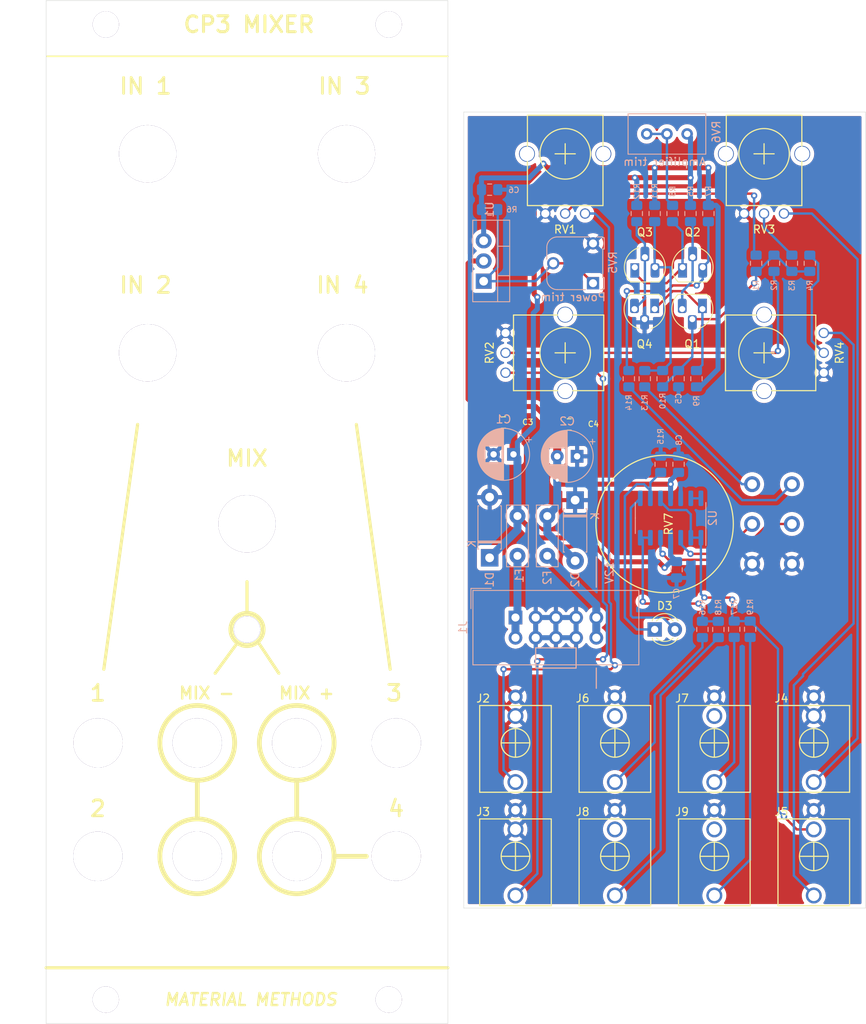
<source format=kicad_pcb>
(kicad_pcb (version 20211014) (generator pcbnew)
  (layers (0 "F.Cu" signal) (31 "B.Cu" signal) (34 "B.Paste" user) (35 "F.Paste" user) (36 "B.SilkS" user "B.Silkscreen") (37 "F.SilkS" user "F.Silkscreen") (38 "B.Mask" user) (39 "F.Mask" user) (44 "Edge.Cuts" user))
  (net 0 "")
  (net 1 "+12V")
  (net 2 "-12V")
  (net 3 "-6V")
  (net 4 "GND")
  (net 5 "/out_led_b")
  (net 6 "/out_led_a")
  (net 7 "/in1")
  (net 8 "/in2")
  (net 9 "/in3")
  (net 10 "/in4")
  (net 11 "/+out_buf")
  (net 12 "/+o1")
  (net 13 "/-o1")
  (net 14 "/-o2")
  (net 15 "/+o2")
  (net 16 "Net-(Q1-Pad1)")
  (net 17 "Net-(Q1-Pad3)")
  (net 18 "Net-(Q2-Pad1)")
  (net 19 "Net-(Q2-Pad3)")
  (net 20 "Net-(Q3-Pad3)")
  (net 21 "Net-(Q3-Pad2)")
  (net 22 "Net-(R1-Pad2)")
  (net 23 "Net-(R3-Pad2)")
  (net 24 "Net-(R4-Pad2)")
  (net 25 "Net-(R16-Pad1)")
  (net 26 "/-out_unbuf")
  (net 27 "/+out_unbuf")
  (net 28 "Net-(U2-Pad13)")
  (net 29 "Net-(C5-Pad1)")
  (net 30 "Net-(R2-Pad2)")
  (net 31 "Net-(R6-Pad1)")
  (net 32 "Net-(R8-Pad1)")
  (net 33 "Net-(R13-Pad2)")
  (net 34 "Net-(R14-Pad2)")
  (net 35 "/+12V_in")
  (net 36 "/-12V_in")
  (footprint "Eurocad:C_0805_2012Metric_Pad1.15x1.40mm_HandSolder_SmallTxt" (layer "F.Cu") (at 70 65.5 180)
    (fp_text reference "C3")
    (fp_text value "100n")
  )
  (footprint "Eurocad:C_0805_2012Metric_Pad1.15x1.40mm_HandSolder_SmallTxt" (layer "F.Cu") (at 78.25 65.75 180)
    (fp_text reference "C4")
    (fp_text value "100n")
  )
  (footprint "LED_THT:LED_D3.0mm" (layer "F.Cu") (at 89 91.5)
    (fp_text reference "D3")
    (fp_text value "Tayda A-1076")
  )
  (footprint "Eurocad:PJ301M-12_Compact" (layer "F.Cu") (at 71.5 105.75 180)
    (fp_text reference "J2")
    (fp_text value "PJ301M-12")
  )
  (footprint "Eurocad:PJ301M-12_Compact" (layer "F.Cu") (at 71.5 120 180)
    (fp_text reference "J3")
    (fp_text value "PJ301M-12")
  )
  (footprint "Eurocad:PJ301M-12_Compact" (layer "F.Cu") (at 109 105.75 180)
    (fp_text reference "J4")
    (fp_text value "PJ301M-12")
  )
  (footprint "Eurocad:PJ301M-12_Compact" (layer "F.Cu") (at 109 120 180)
    (fp_text reference "J5")
    (fp_text value "PJ301M-12")
  )
  (footprint "Eurocad:PJ301M-12_Compact" (layer "F.Cu") (at 84 105.75 180)
    (fp_text reference "J6")
    (fp_text value "PJ301M-12")
  )
  (footprint "Eurocad:PJ301M-12_Compact" (layer "F.Cu") (at 96.5 105.75 180)
    (fp_text reference "J7")
    (fp_text value "PJ301M-12")
  )
  (footprint "Eurocad:PJ301M-12_Compact" (layer "F.Cu") (at 84 120 180)
    (fp_text reference "J8")
    (fp_text value "PJ301M-12")
  )
  (footprint "Eurocad:PJ301M-12_Compact" (layer "F.Cu") (at 96.5 120 180)
    (fp_text reference "J9")
    (fp_text value "PJ301M-12")
  )
  (footprint "Package_TO_SOT_THT:TO-92_HandSolder" (layer "F.Cu") (at 95 51.25 180)
    (fp_text reference "Q1")
    (fp_text value "2N3904")
  )
  (footprint "Package_TO_SOT_THT:TO-92_HandSolder" (layer "F.Cu") (at 92.5 46)
    (fp_text reference "Q2")
    (fp_text value "2N3906")
  )
  (footprint "Package_TO_SOT_THT:TO-92_HandSolder" (layer "F.Cu") (at 86.5 46)
    (fp_text reference "Q3")
    (fp_text value "2N3906")
  )
  (footprint "Package_TO_SOT_THT:TO-92_HandSolder" (layer "F.Cu") (at 89 51.25 180)
    (fp_text reference "Q4")
    (fp_text value "2N3904")
  )
  (footprint "Eurocad:Alpha9mmPot" (layer "F.Cu") (at 77.75 31.75)
    (fp_text reference "RV1")
    (fp_text value "50kA")
  )
  (footprint "Eurocad:Alpha9mmPot" (layer "F.Cu") (at 77.75 56.75 -90)
    (fp_text reference "RV2")
    (fp_text value "50kA")
  )
  (footprint "Eurocad:Alpha9mmPot" (layer "F.Cu") (at 102.75 31.75)
    (fp_text reference "RV3")
    (fp_text value "50kA")
  )
  (footprint "Eurocad:Alpha9mmPot" (layer "F.Cu") (at 102.75 56.75 90)
    (fp_text reference "RV4")
    (fp_text value "50kA")
  )
  (footprint "Eurocad:RV dual pot" (layer "F.Cu") (at 90.25 78.25 90)
    (fp_text reference "RV7")
    (fp_text value "10kB")
  )
  (footprint "Eurocad:Eurorack_jack_hole" (layer "F.Cu") (at 19.025 105.75)
    (fp_text reference "Ref**" hide)
    (fp_text value "Eurorack jack hole")
  )
  (footprint "Eurocad:Eurorack_jack_hole" (layer "F.Cu") (at 31.5 105.75)
    (fp_text reference "Ref**" hide)
    (fp_text value "Eurorack jack hole")
  )
  (footprint "Eurocad:Eurorack_jack_hole" (layer "F.Cu") (at 44 105.75)
    (fp_text reference "Ref**" hide)
    (fp_text value "Eurorack jack hole")
  )
  (footprint "Eurocad:Eurorack_jack_hole" (layer "F.Cu") (at 56.525 105.75)
    (fp_text reference "Ref**" hide)
    (fp_text value "Eurorack jack hole")
  )
  (footprint "Eurocad:Eurorack_jack_hole" (layer "F.Cu") (at 19 120)
    (fp_text reference "Ref**" hide)
    (fp_text value "Eurorack jack hole")
  )
  (footprint "Eurocad:Eurorack_jack_hole" (layer "F.Cu") (at 31.5 119.975)
    (fp_text reference "Ref**" hide)
    (fp_text value "Eurorack jack hole")
  )
  (footprint "Eurocad:Eurorack_jack_hole" (layer "F.Cu") (at 44.025 120)
    (fp_text reference "Ref**" hide)
    (fp_text value "Eurorack jack hole")
  )
  (footprint "Eurocad:Eurorack_jack_hole" (layer "F.Cu") (at 56.51 119.98)
    (fp_text reference "Ref**" hide)
    (fp_text value "Eurorack jack hole")
  )
  (footprint "Eurocad:Pothole_Davies1900H_red" (layer "F.Cu") (at 37.75 78.22)
    (fp_text reference "Ref**" hide)
    (fp_text value "Pothole_Davies1900H_red")
  )
  (footprint "Eurocad:Pothole_Davies1900H_white" (layer "F.Cu") (at 25.26 56.74)
    (fp_text reference "Ref**" hide)
    (fp_text value "Pothole_Davies1900H_white")
  )
  (footprint "Eurocad:Pothole_Davies1900H_white" (layer "F.Cu") (at 50.25 56.74)
    (fp_text reference "Ref**" hide)
    (fp_text value "Pothole_Davies1900H_white")
  )
  (footprint "Eurocad:Pothole_Davies1900H_white" (layer "F.Cu") (at 50.26 31.75)
    (fp_text reference "Ref**" hide)
    (fp_text value "Pothole_Davies1900H_white")
  )
  (footprint "Eurocad:Pothole_Davies1900H_white" (layer "F.Cu") (at 25.26 31.75)
    (fp_text reference "Ref**" hide)
    (fp_text value "Pothole_Davies1900H_white")
  )
  (footprint "Eurocad:Eurorack Rail Hole" (layer "F.Cu") (at 20.01 15.5)
    (fp_text reference "REF**" hide)
    (fp_text value "Eurorack Rail Hole" hide)
  )
  (footprint "Eurocad:Eurorack Rail Hole" (layer "F.Cu") (at 55.57 15.5)
    (fp_text reference "REF**" hide)
    (fp_text value "Eurorack Rail Hole" hide)
  )
  (footprint "Eurocad:Eurorack Rail Hole" (layer "F.Cu") (at 20 138)
    (fp_text reference "REF**" hide)
    (fp_text value "Eurorack Rail Hole" hide)
  )
  (footprint "Eurocad:Eurorack Rail Hole" (layer "F.Cu") (at 55.57 138)
    (fp_text reference "REF**" hide)
    (fp_text value "Eurorack Rail Hole" hide)
  )
  (footprint "Eurocad:Eurorack_LED_hole_with_ring" (layer "F.Cu") (at 37.75 91.5)
    (fp_text reference "REF**" hide)
    (fp_text value "Eurorack LED hole with ring")
  )
  (footprint "Capacitor_THT:CP_Radial_D6.3mm_P2.50mm" (layer "B.Cu") (at 71.25 69.5 180)
    (fp_text reference "C1")
    (fp_text value "100u")
  )
  (footprint "Capacitor_THT:CP_Radial_D6.3mm_P2.50mm" (layer "B.Cu") (at 79.25 69.75 180)
    (fp_text reference "C2")
    (fp_text value "100u")
  )
  (footprint "Eurocad:C_0805_2012Metric_Pad1.15x1.40mm_HandSolder_SmallTxt" (layer "B.Cu") (at 92 60 -90)
    (fp_text reference "C5")
    (fp_text value "3n3")
  )
  (footprint "Eurocad:C_0805_2012Metric_Pad1.15x1.40mm_HandSolder_SmallTxt" (layer "B.Cu") (at 68.25 36.25 180)
    (fp_text reference "C6")
    (fp_text value "100n")
  )
  (footprint "Eurocad:C_0805_2012Metric_Pad1.15x1.40mm_HandSolder_SmallTxt" (layer "B.Cu") (at 91.75 84 -90)
    (fp_text reference "C7")
    (fp_text value "100n")
  )
  (footprint "Eurocad:C_0805_2012Metric_Pad1.15x1.40mm_HandSolder_SmallTxt" (layer "B.Cu") (at 92 70.75 -90)
    (fp_text reference "C8")
    (fp_text value "100n")
  )
  (footprint "Diode_THT:D_DO-41_SOD81_P7.62mm_Horizontal" (layer "B.Cu") (at 68.25 82.5 90)
    (fp_text reference "D1")
    (fp_text value "1N4001")
  )
  (footprint "Diode_THT:D_DO-41_SOD81_P7.62mm_Horizontal" (layer "B.Cu") (at 79 75.25 -90)
    (fp_text reference "D2")
    (fp_text value "1N4001")
  )
  (footprint "Capacitor_THT:C_Disc_D7.5mm_W2.5mm_P5.00mm" (layer "B.Cu") (at 71.75 77.25 -90)
    (fp_text reference "F1")
    (fp_text value "Polyfuse 250mA ( A-1391 )")
  )
  (footprint "Capacitor_THT:C_Disc_D7.5mm_W2.5mm_P5.00mm" (layer "B.Cu") (at 75.5 77.25 -90)
    (fp_text reference "F2")
    (fp_text value "Polyfuse 250mA ( A-1391 )")
  )
  (footprint "Eurocad:Eurorack_power_header" (layer "B.Cu") (at 71.5 90 -90)
    (fp_text reference "J1")
    (fp_text value "EURO_PWR_2x5")
  )
  (footprint "Eurocad:R_0805_2012Metric_Pad1.15x1.40mm_HandSolder_smallText" (layer "B.Cu") (at 101.75 45.5 90)
    (fp_text reference "R1")
    (fp_text value "22k")
  )
  (footprint "Eurocad:R_0805_2012Metric_Pad1.15x1.40mm_HandSolder_smallText" (layer "B.Cu") (at 104 45.5 -90)
    (fp_text reference "R2")
    (fp_text value "22k")
  )
  (footprint "Eurocad:R_0805_2012Metric_Pad1.15x1.40mm_HandSolder_smallText" (layer "B.Cu") (at 106.25 45.5 90)
    (fp_text reference "R3")
    (fp_text value "22k")
  )
  (footprint "Eurocad:R_0805_2012Metric_Pad1.15x1.40mm_HandSolder_smallText" (layer "B.Cu") (at 108.5 45.5 90)
    (fp_text reference "R4")
    (fp_text value "22k")
  )
  (footprint "Eurocad:R_0805_2012Metric_Pad1.15x1.40mm_HandSolder_smallText" (layer "B.Cu") (at 93.5 39.25 -90)
    (fp_text reference "R5")
    (fp_text value "15k")
  )
  (footprint "Eurocad:R_0805_2012Metric_Pad1.15x1.40mm_HandSolder_smallText" (layer "B.Cu") (at 68.25 38.75 180)
    (fp_text reference "R6")
    (fp_text value "220R")
  )
  (footprint "Eurocad:R_0805_2012Metric_Pad1.15x1.40mm_HandSolder_smallText" (layer "B.Cu") (at 95.75 39.25 -90)
    (fp_text reference "R7")
    (fp_text value "560R")
  )
  (footprint "Eurocad:R_0805_2012Metric_Pad1.15x1.40mm_HandSolder_smallText" (layer "B.Cu") (at 91.25 39.25 -90)
    (fp_text reference "R8")
    (fp_text value "220R")
  )
  (footprint "Eurocad:R_0805_2012Metric_Pad1.15x1.40mm_HandSolder_smallText" (layer "B.Cu") (at 94.25 60 90)
    (fp_text reference "R9")
    (fp_text value "6k8")
  )
  (footprint "Eurocad:R_0805_2012Metric_Pad1.15x1.40mm_HandSolder_smallText" (layer "B.Cu") (at 90 60 90)
    (fp_text reference "R10")
    (fp_text value "47k")
  )
  (footprint "Eurocad:R_0805_2012Metric_Pad1.15x1.40mm_HandSolder_smallText" (layer "B.Cu") (at 89 39.25 -90)
    (fp_text reference "R11")
    (fp_text value "560R")
  )
  (footprint "Eurocad:R_0805_2012Metric_Pad1.15x1.40mm_HandSolder_smallText" (layer "B.Cu") (at 86.75 39.25 -90)
    (fp_text reference "R12")
    (fp_text value "15k")
  )
  (footprint "Eurocad:R_0805_2012Metric_Pad1.15x1.40mm_HandSolder_smallText" (layer "B.Cu") (at 87.75 60 -90)
    (fp_text reference "R13")
    (fp_text value "100R")
  )
  (footprint "Eurocad:R_0805_2012Metric_Pad1.15x1.40mm_HandSolder_smallText" (layer "B.Cu") (at 85.75 60 -90)
    (fp_text reference "R14")
    (fp_text value "100R")
  )
  (footprint "Eurocad:R_0805_2012Metric_Pad1.15x1.40mm_HandSolder_smallText" (layer "B.Cu") (at 89.75 70.75 -90)
    (fp_text reference "R15")
    (fp_text value "1k")
  )
  (footprint "Eurocad:R_0805_2012Metric_Pad1.15x1.40mm_HandSolder_smallText" (layer "B.Cu") (at 95 91.5 -90)
    (fp_text reference "R16")
    (fp_text value "1k")
  )
  (footprint "Eurocad:R_0805_2012Metric_Pad1.15x1.40mm_HandSolder_smallText" (layer "B.Cu") (at 99 91.475 -90)
    (fp_text reference "R17")
    (fp_text value "1k")
  )
  (footprint "Eurocad:R_0805_2012Metric_Pad1.15x1.40mm_HandSolder_smallText" (layer "B.Cu") (at 97 91.5 -90)
    (fp_text reference "R18")
    (fp_text value "1k")
  )
  (footprint "Eurocad:R_0805_2012Metric_Pad1.15x1.40mm_HandSolder_smallText" (layer "B.Cu") (at 101 91.475 -90)
    (fp_text reference "R19")
    (fp_text value "1k")
  )
  (footprint "Potentiometer_THT:Potentiometer_Runtron_RM-065_Vertical" (layer "B.Cu") (at 81.25 48 90)
    (fp_text reference "RV5")
    (fp_text value "2k trim A-2501")
  )
  (footprint "Potentiometer_THT:Potentiometer_Bourns_3296W_Vertical" (layer "B.Cu") (at 88 29.25 180)
    (fp_text reference "RV6")
    (fp_text value "( A-584 ) 100R")
  )
  (footprint "Package_TO_SOT_THT:TO-220-3_Vertical" (layer "B.Cu") (at 67.5 47.75 90)
    (fp_text reference "U1")
    (fp_text value "LM337_TO220")
  )
  (footprint "Package_SO:SOIC-14_3.9x8.7mm_P1.27mm" (layer "B.Cu") (at 91 77.5 90)
    (fp_text reference "U2")
    (fp_text value "TL074")
  )
  (gr_circle (center 31.5 120) (end 36.2 120) (layer "F.SilkS") (width 0.6) (fill none))
  (gr_line (start 48.75 120) (end 52.75 120) (layer "F.SilkS") (width 0.6))
  (gr_circle (center 44 105.75) (end 48.7 105.75) (layer "F.SilkS") (width 0.6) (fill none))
  (gr_line (start 37.75 85.5) (end 37.75 89.25) (layer "F.SilkS") (width 0.4))
  (gr_circle (center 44 120) (end 48.7 120) (layer "F.SilkS") (width 0.6) (fill none))
  (gr_line (start 31.5 110.5) (end 31.5 115.25) (layer "F.SilkS") (width 0.6))
  (gr_line (start 12.5 134) (end 63 134) (layer "F.SilkS") (width 0.4))
  (gr_line (start 39.25 93.25) (end 41.75 97) (layer "F.SilkS") (width 0.4))
  (gr_circle (center 31.5 105.75) (end 36.2 105.75) (layer "F.SilkS") (width 0.6) (fill none))
  (gr_line (start 24 65.75) (end 19.75 96.5) (layer "F.SilkS") (width 0.4))
  (gr_line (start 51.5 65.75) (end 55.75 96.5) (layer "F.SilkS") (width 0.4))
  (gr_line (start 44 110.5) (end 44 115.25) (layer "F.SilkS") (width 0.6))
  (gr_line (start 36.5 93.25) (end 33.75 97) (layer "F.SilkS") (width 0.4))
  (gr_line (start 12.6 19.5) (end 63 19.5) (layer "F.SilkS") (width 0.2))
  (gr_line (start 12.5 141) (end 12.5 12.5) (layer "Edge.Cuts") (width 0.05))
  (gr_line (start 65 126.5) (end 65 26.5) (layer "Edge.Cuts") (width 0.05))
  (gr_line (start 115.5 26.5) (end 115.5 126.5) (layer "Edge.Cuts") (width 0.05))
  (gr_line (start 63 12.5) (end 63 141) (layer "Edge.Cuts") (width 0.05))
  (gr_line (start 12.5 12.5) (end 63 12.5) (layer "Edge.Cuts") (width 0.05))
  (gr_line (start 115.5 126.5) (end 65 126.5) (layer "Edge.Cuts") (width 0.05))
  (gr_line (start 63 141) (end 12.5 141) (layer "Edge.Cuts") (width 0.05))
  (gr_line (start 65 26.5) (end 115.5 26.5) (layer "Edge.Cuts") (width 0.05))
  (gr_text "Power trim" (at 78.75 49.75) (layer "B.SilkS") (effects (font (size 1 1)) (justify mirror)))
  (gr_text "Amplifier trim" (at 90.25 32.75) (layer "B.SilkS") (effects (font (size 1 1)) (justify mirror)))
  (gr_text "MIX +" (at 45.25 99.5) (layer "F.SilkS") (effects (font (size 1.5 1.5) (thickness 0.3))))
  (gr_text "IN 1" (at 25 23.25) (layer "F.SilkS") (effects (font (size 2 2) (thickness 0.35))))
  (gr_text "IN 4" (at 49.75 48.25) (layer "F.SilkS") (effects (font (size 2 2) (thickness 0.35))))
  (gr_text "3" (at 56.25 99.5) (layer "F.SilkS") (effects (font (size 2 2) (thickness 0.35))))
  (gr_text "1" (at 19 99.5) (layer "F.SilkS") (effects (font (size 2 2) (thickness 0.35))))
  (gr_text "CP3 MIXER" (at 38 15.5) (layer "F.SilkS") (effects (font (size 2 2) (thickness 0.375))))
  (gr_text "2\n" (at 19 114) (layer "F.SilkS") (effects (font (size 2 2) (thickness 0.35))))
  (gr_text "4" (at 56.5 114) (layer "F.SilkS") (effects (font (size 2 2) (thickness 0.35))))
  (gr_text "IN 3" (at 50 23.25) (layer "F.SilkS") (effects (font (size 2 2) (thickness 0.35))))
  (gr_text "MIX" (at 37.75 70) (layer "F.SilkS") (effects (font (size 2 2) (thickness 0.35))))
  (gr_text "MATERIAL METHODS" (at 38.25 138) (layer "F.SilkS") (effects (font (size 1.5 1.5) (thickness 0.3) italic)))
  (gr_text "IN 2" (at 25 48.25) (layer "F.SilkS") (effects (font (size 2 2) (thickness 0.35))))
  (gr_text "MIX - " (at 33.25 99.5) (layer "F.SilkS") (effects (font (size 1.5 1.5) (thickness 0.3))))
  (segment (start 89.5 83) (end 83.5 83) (width 0.635) (layer "F.Cu") (net 1))
  (segment (start 75.25 34.75) (end 86.5 34.75) (width 0.635) (layer "F.Cu") (net 1))
  (segment (start 74.25 49.75) (end 73.850001 49.350001) (width 0.635) (layer "F.Cu") (net 1))
  (segment (start 90.25 83.75) (end 89.5 83) (width 0.635) (layer "F.Cu") (net 1))
  (segment (start 73.850001 49.350001) (end 73.850001 36.149999) (width 0.635) (layer "F.Cu") (net 1))
  (segment (start 80.5 80) (end 74.5 80) (width 0.635) (layer "F.Cu") (net 1))
  (segment (start 71.25 65.725) (end 71.025 65.5) (width 0.635) (layer "F.Cu") (net 1))
  (segment (start 83.5 83) (end 80.5 80) (width 0.635) (layer "F.Cu") (net 1))
  (segment (start 74.5 80) (end 71.75 77.25) (width 0.635) (layer "F.Cu") (net 1))
  (segment (start 71.25 69.5) (end 71.25 65.725) (width 1) (layer "F.Cu") (net 1))
  (segment (start 73.850001 36.149999) (end 75.25 34.75) (width 0.635) (layer "F.Cu") (net 1))
  (segment (start 86.5 34.75) (end 93.5 34.75) (width 0.635) (layer "F.Cu") (net 1))
  (via (at 90.25 83.75) (size 0.8) (drill 0.4) (layers "F.Cu" "B.Cu") (net 1))
  (via (at 86.5 34.75) (size 0.8) (drill 0.4) (layers "F.Cu" "B.Cu") (net 1))
  (via (at 93.5 34.75) (size 0.8) (drill 0.4) (layers "F.Cu" "B.Cu") (net 1))
  (via (at 74.25 49.75) (size 0.8) (drill 0.4) (layers "F.Cu" "B.Cu") (net 1))
  (segment (start 93.5 29.67) (end 93.08 29.25) (width 0.635) (layer "B.Cu") (net 1))
  (segment (start 74.25 51.25) (end 74.25 49.75) (width 0.635) (layer "B.Cu") (net 1))
  (segment (start 71.75 68) (end 73.75 66) (width 0.635) (layer "B.Cu") (net 1))
  (segment (start 91.025 82.975) (end 90.25 83.75) (width 0.635) (layer "B.Cu") (net 1))
  (segment (start 91.75 82.975) (end 91.025 82.975) (width 0.635) (layer "B.Cu") (net 1))
  (segment (start 71.75 79) (end 68.25 82.5) (width 1) (layer "B.Cu") (net 1))
  (segment (start 93.5 34.75) (end 93.5 29.67) (width 0.635) (layer "B.Cu") (net 1))
  (segment (start 91.75 82.975) (end 91 82.225) (width 0.635) (layer "B.Cu") (net 1))
  (segment (start 71.75 70) (end 71.25 69.5) (width 0.635) (layer "B.Cu") (net 1))
  (segment (start 71.75 71) (end 71.75 70) (width 1) (layer "B.Cu") (net 1))
  (segment (start 71.75 77.25) (end 71.75 71) (width 1) (layer "B.Cu") (net 1))
  (segment (start 73.75 66) (end 73.75 51.75) (width 0.635) (layer "B.Cu") (net 1))
  (segment (start 86.75 38.225) (end 86.75 35) (width 0.635) (layer "B.Cu") (net 1))
  (segment (start 93.5 38.225) (end 93.5 34.75) (width 0.635) (layer "B.Cu") (net 1))
  (segment (start 91 82.225) (end 91 79.975) (width 0.635) (layer "B.Cu") (net 1))
  (segment (start 71.75 71) (end 71.75 68) (width 0.635) (layer "B.Cu") (net 1))
  (segment (start 86.75 35) (end 86.5 34.75) (width 0.635) (layer "B.Cu") (net 1))
  (segment (start 71.75 77.25) (end 71.75 79) (width 1) (layer "B.Cu") (net 1))
  (segment (start 73.75 51.75) (end 74.25 51.25) (width 0.635) (layer "B.Cu") (net 1))
  (segment (start 76.75 66.225) (end 77.225 65.75) (width 0.635) (layer "F.Cu") (net 2))
  (segment (start 66.5 63.5) (end 74.025 63.5) (width 0.635) (layer "F.Cu") (net 2))
  (segment (start 91 73.25) (end 77.25 73.25) (width 0.635) (layer "F.Cu") (net 2))
  (segment (start 65.54251 45.53249) (end 65.54251 62.54251) (width 0.635) (layer "F.Cu") (net 2))
  (segment (start 65.54251 62.54251) (end 66.5 63.5) (width 0.635) (layer "F.Cu") (net 2))
  (segment (start 67.5 45.21) (end 65.865 45.21) (width 0.635) (layer "F.Cu") (net 2))
  (segment (start 77.25 73.25) (end 76.75 72.75) (width 0.635) (layer "F.Cu") (net 2))
  (segment (start 76.75 69.75) (end 76.75 66.225) (width 1) (layer "F.Cu") (net 2))
  (segment (start 65.865 45.21) (end 65.54251 45.53249) (width 0.635) (layer "F.Cu") (net 2))
  (segment (start 74.025 63.5) (end 76.75 66.225) (width 0.635) (layer "F.Cu") (net 2))
  (via (at 91 73.25) (size 0.8) (drill 0.4) (layers "F.Cu" "B.Cu") (net 2))
  (via (at 76.75 72.75) (size 0.8) (drill 0.4) (layers "F.Cu" "B.Cu") (net 2))
  (segment (start 76.75 69.75) (end 76.75 72.75) (width 1) (layer "B.Cu") (net 2))
  (segment (start 75.5 79.37) (end 79 82.87) (width 1) (layer "B.Cu") (net 2))
  (segment (start 91 72.775) (end 92 71.775) (width 0.635) (layer "B.Cu") (net 2))
  (segment (start 91 72.775) (end 91 73.25) (width 0.635) (layer "B.Cu") (net 2))
  (segment (start 76.75 72.75) (end 76.75 76) (width 1) (layer "B.Cu") (net 2))
  (segment (start 76.75 76) (end 75.5 77.25) (width 1) (layer "B.Cu") (net 2))
  (segment (start 91 75.025) (end 91 73.25) (width 0.635) (layer "B.Cu") (net 2))
  (segment (start 75.5 77.25) (end 75.5 79.37) (width 1) (layer "B.Cu") (net 2))
  (segment (start 89 33.5) (end 95.75 33.5) (width 0.635) (layer "F.Cu") (net 3))
  (segment (start 75 33) (end 75.5 33.5) (width 0.635) (layer "F.Cu") (net 3))
  (segment (start 75.5 33.5) (end 89 33.5) (width 0.635) (layer "F.Cu") (net 3))
  (via (at 89 33.5) (size 0.8) (drill 0.4) (layers "F.Cu" "B.Cu") (net 3))
  (via (at 75 33) (size 0.8) (drill 0.4) (layers "F.Cu" "B.Cu") (net 3))
  (via (at 95.75 33.5) (size 0.8) (drill 0.4) (layers "F.Cu" "B.Cu") (net 3))
  (segment (start 96.96751 38.46751) (end 96.96751 58.78249) (width 0.635) (layer "B.Cu") (net 3))
  (segment (start 96.725 38.225) (end 96.96751 38.46751) (width 0.635) (layer "B.Cu") (net 3))
  (segment (start 67.5 42.67) (end 67.5 39.025) (width 0.635) (layer "B.Cu") (net 3))
  (segment (start 67.225 38.75) (end 67.225 36.25) (width 0.635) (layer "B.Cu") (net 3))
  (segment (start 73.225 34.775) (end 75 33) (width 0.635) (layer "B.Cu") (net 3))
  (segment (start 96.96751 58.78249) (end 94.725 61.025) (width 0.635) (layer "B.Cu") (net 3))
  (segment (start 67.5 39.025) (end 67.225 38.75) (width 0.635) (layer "B.Cu") (net 3))
  (segment (start 95.75 38.225) (end 96.725 38.225) (width 0.635) (layer "B.Cu") (net 3))
  (segment (start 67.225 36.25) (end 67.225 34.775) (width 0.635) (layer "B.Cu") (net 3))
  (segment (start 95.75 33.5) (end 95.75 38.225) (width 0.635) (layer "B.Cu") (net 3))
  (segment (start 67.225 34.775) (end 73.225 34.775) (width 0.635) (layer "B.Cu") (net 3))
  (segment (start 94.725 61.025) (end 94.25 61.025) (width 0.635) (layer "B.Cu") (net 3))
  (segment (start 89 38.225) (end 89 33.5) (width 0.635) (layer "B.Cu") (net 3))
  (segment (start 74.04 90) (end 74.04 92.54) (width 0.635) (layer "B.Cu") (net 4))
  (segment (start 79.12 92.54) (end 79.12 90) (width 0.635) (layer "B.Cu") (net 4))
  (segment (start 74.04 90) (end 79.12 90) (width 0.635) (layer "B.Cu") (net 4))
  (segment (start 74.04 92.54) (end 79.12 92.54) (width 0.635) (layer "B.Cu") (net 4))
  (segment (start 76.58 90) (end 76.58 92.54) (width 0.635) (layer "B.Cu") (net 4))
  (segment (start 91.54 91.5) (end 90.04 90) (width 0.3) (layer "B.Cu") (net 5))
  (segment (start 90.04 90) (end 86.25 90) (width 0.3) (layer "B.Cu") (net 5))
  (segment (start 86.25 90) (end 86 89.75) (width 0.3) (layer "B.Cu") (net 5))
  (segment (start 86 76.215) (end 87.19 75.025) (width 0.3) (layer "B.Cu") (net 5))
  (segment (start 86 89.75) (end 86 76.215) (width 0.3) (layer "B.Cu") (net 5))
  (segment (start 88.46 73.065) (end 88.46 75.025) (width 0.3) (layer "B.Cu") (net 6))
  (segment (start 88.46 74.05) (end 88.46 75.025) (width 0.3) (layer "B.Cu") (net 6))
  (segment (start 89.75 71.775) (end 88.46 73.065) (width 0.3) (layer "B.Cu") (net 6))
  (segment (start 86.75 91.5) (end 85.25 90) (width 0.3) (layer "B.Cu") (net 6))
  (segment (start 85.25 90) (end 85.25 74.75) (width 0.3) (layer "B.Cu") (net 6))
  (segment (start 89 91.5) (end 86.75 91.5) (width 0.3) (layer "B.Cu") (net 6))
  (segment (start 87.66 73.25) (end 88.46 74.05) (width 0.3) (layer "B.Cu") (net 6))
  (segment (start 85.25 74.75) (end 86.75 73.25) (width 0.3) (layer "B.Cu") (net 6))
  (segment (start 86.75 73.25) (end 87.66 73.25) (width 0.3) (layer "B.Cu") (net 6))
  (segment (start 84 96) (end 83.5 96.5) (width 0.3) (layer "F.Cu") (net 7))
  (segment (start 83.5 96.5) (end 70 96.5) (width 0.3) (layer "F.Cu") (net 7))
  (via (at 70 96.5) (size 0.8) (drill 0.4) (layers "F.Cu" "B.Cu") (net 7))
  (via (at 84 96) (size 0.8) (drill 0.4) (layers "F.Cu" "B.Cu") (net 7))
  (segment (start 83.25 41) (end 83.25 62.75) (width 0.3) (layer "B.Cu") (net 7))
  (segment (start 81.5 39.25) (end 83.25 41) (width 0.3) (layer "B.Cu") (net 7))
  (segment (start 70 109.17) (end 71.5 110.67) (width 0.3) (layer "B.Cu") (net 7))
  (segment (start 80.25 39.25) (end 81.5 39.25) (width 0.3) (layer "B.Cu") (net 7))
  (segment (start 83.25 88.04288) (end 83.5 88.29288) (width 0.3) (layer "B.Cu") (net 7))
  (segment (start 83.25 62.75) (end 83.25 88.04288) (width 0.3) (layer "B.Cu") (net 7))
  (segment (start 83.5 88.29288) (end 83.5 95.5) (width 0.3) (layer "B.Cu") (net 7))
  (segment (start 70 96.5) (end 70 109.17) (width 0.3) (layer "B.Cu") (net 7))
  (segment (start 83.5 95.5) (end 84 96) (width 0.3) (layer "B.Cu") (net 7))
  (segment (start 70.25 59.25) (end 81.75 59.25) (width 0.3) (layer "F.Cu") (net 8))
  (segment (start 74.5 95.25) (end 74.25 95.5) (width 0.3) (layer "F.Cu") (net 8))
  (segment (start 81.75 59.25) (end 82.5 60) (width 0.3) (layer "F.Cu") (net 8))
  (segment (start 82.5 95.25) (end 74.5 95.25) (width 0.3) (layer "F.Cu") (net 8))
  (via (at 82.5 95.25) (size 0.8) (drill 0.4) (layers "F.Cu" "B.Cu") (net 8))
  (via (at 74.25 95.5) (size 0.8) (drill 0.4) (layers "F.Cu" "B.Cu") (net 8))
  (via (at 82.5 60) (size 0.8) (drill 0.4) (layers "F.Cu" "B.Cu") (net 8))
  (segment (start 82.5 62.75) (end 82.5 88) (width 0.3) (layer "B.Cu") (net 8))
  (segment (start 74.25 122.17) (end 71.5 124.92) (width 0.3) (layer "B.Cu") (net 8))
  (segment (start 83 94.75) (end 82.5 95.25) (width 0.3) (layer "B.Cu") (net 8))
  (segment (start 83 88.5) (end 83 94.75) (width 0.3) (layer "B.Cu") (net 8))
  (segment (start 82.5 88) (end 83 88.5) (width 0.3) (layer "B.Cu") (net 8))
  (segment (start 74.25 95.5) (end 74.25 122.17) (width 0.3) (layer "B.Cu") (net 8))
  (segment (start 82.5 60) (end 82.5 62.75) (width 0.3) (layer "B.Cu") (net 8))
  (segment (start 114.5 45) (end 114.5 57) (width 0.3) (layer "B.Cu") (net 9))
  (segment (start 108.75 39.25) (end 114.5 45) (width 0.3) (layer "B.Cu") (net 9))
  (segment (start 109 110.67) (end 114.50001 105.16999) (width 0.3) (layer "B.Cu") (net 9))
  (segment (start 105.25 39.25) (end 108.75 39.25) (width 0.3) (layer "B.Cu") (net 9))
  (segment (start 114.50001 105.16999) (end 114.50001 56.5) (width 0.3) (layer "B.Cu") (net 9))
  (segment (start 110.25 54.25) (end 112.5 54.25) (width 0.3) (layer "B.Cu") (net 10))
  (segment (start 114 90.75) (end 107.649999 97.100001) (width 0.3) (layer "B.Cu") (net 10))
  (segment (start 106.5 98.5) (end 106.5 122.42) (width 0.3) (layer "B.Cu") (net 10))
  (segment (start 107.649999 97.350001) (end 106.5 98.5) (width 0.3) (layer "B.Cu") (net 10))
  (segment (start 107.649999 97.100001) (end 107.649999 97.350001) (width 0.3) (layer "B.Cu") (net 10))
  (segment (start 112.5 54.25) (end 114 55.75) (width 0.3) (layer "B.Cu") (net 10))
  (segment (start 114 55.75) (end 114 90.75) (width 0.3) (layer "B.Cu") (net 10))
  (segment (start 106.5 122.42) (end 109 124.92) (width 0.3) (layer "B.Cu") (net 10))
  (segment (start 95.25 87.5) (end 98.5 87.5) (width 0.3) (layer "F.Cu") (net 11))
  (segment (start 109 116.62) (end 106.87 116.62) (width 0.3) (layer "F.Cu") (net 11))
  (segment (start 106.87 116.62) (end 105.25 115) (width 0.3) (layer "F.Cu") (net 11))
  (segment (start 98.5 87.5) (end 98.75 87.75) (width 0.3) (layer "F.Cu") (net 11))
  (via (at 98.75 87.75) (size 0.8) (drill 0.4) (layers "F.Cu" "B.Cu") (net 11))
  (via (at 95.25 87.5) (size 0.8) (drill 0.4) (layers "F.Cu" "B.Cu") (net 11))
  (via (at 105.25 115) (size 0.8) (drill 0.4) (layers "F.Cu" "B.Cu") (net 11))
  (segment (start 93 76.5) (end 93.54 77.04) (width 0.3) (layer "B.Cu") (net 11))
  (segment (start 93.54 77.04) (end 93.54 79.975) (width 0.3) (layer "B.Cu") (net 11))
  (segment (start 90.792876 76.5) (end 93 76.5) (width 0.3) (layer "B.Cu") (net 11))
  (segment (start 98.75 87.75) (end 98.75 90.2) (width 0.3) (layer "B.Cu") (net 11))
  (segment (start 105.25 115) (end 104.5 114.25) (width 0.3) (layer "B.Cu") (net 11))
  (segment (start 93.54 79.975) (end 94.81 79.975) (width 0.3) (layer "B.Cu") (net 11))
  (segment (start 94.81 87.06) (end 95.25 87.5) (width 0.3) (layer "B.Cu") (net 11))
  (segment (start 89.73 75.025) (end 89.73 75.437124) (width 0.3) (layer "B.Cu") (net 11))
  (segment (start 101 90.45) (end 99 90.45) (width 0.3) (layer "B.Cu") (net 11))
  (segment (start 94.81 79.975) (end 94.81 87.06) (width 0.3) (layer "B.Cu") (net 11))
  (segment (start 104.5 93.95) (end 101 90.45) (width 0.3) (layer "B.Cu") (net 11))
  (segment (start 89.73 75.437124) (end 90.792876 76.5) (width 0.3) (layer "B.Cu") (net 11))
  (segment (start 98.75 90.2) (end 99 90.45) (width 0.3) (layer "B.Cu") (net 11))
  (segment (start 104.5 114.25) (end 104.5 93.95) (width 0.3) (layer "B.Cu") (net 11))
  (segment (start 99 92.5) (end 99 108.17) (width 0.3) (layer "B.Cu") (net 12))
  (segment (start 99 108.17) (end 96.5 110.67) (width 0.3) (layer "B.Cu") (net 12))
  (segment (start 89 99.75) (end 89 105.67) (width 0.3) (layer "B.Cu") (net 13))
  (segment (start 89 105.67) (end 84 110.67) (width 0.3) (layer "B.Cu") (net 13))
  (segment (start 95 92.525) (end 95 93.75) (width 0.3) (layer "B.Cu") (net 13))
  (segment (start 95 93.75) (end 89 99.75) (width 0.3) (layer "B.Cu") (net 13))
  (segment (start 84 124.92) (end 89.75 119.17) (width 0.3) (layer "B.Cu") (net 14))
  (segment (start 89.75 119.17) (end 89.75 99.775) (width 0.3) (layer "B.Cu") (net 14))
  (segment (start 89.75 99.775) (end 97 92.525) (width 0.3) (layer "B.Cu") (net 14))
  (segment (start 101 92.5) (end 101 120.42) (width 0.3) (layer "B.Cu") (net 15))
  (segment (start 101 120.42) (end 96.5 124.92) (width 0.3) (layer "B.Cu") (net 15))
  (segment (start 91.25 49) (end 92.75 49) (width 0.3) (layer "F.Cu") (net 16))
  (segment (start 89 51.25) (end 91.25 49) (width 0.3) (layer "F.Cu") (net 16))
  (segment (start 92.75 49) (end 95 51.25) (width 0.3) (layer "F.Cu") (net 16))
  (segment (start 95 58.25) (end 95 51.25) (width 0.3) (layer "B.Cu") (net 16))
  (segment (start 94.275 58.975) (end 95 58.25) (width 0.3) (layer "B.Cu") (net 16))
  (segment (start 94.25 58.975) (end 94.275 58.975) (width 0.3) (layer "B.Cu") (net 16))
  (segment (start 92.46 49.04) (end 92.46 51.25) (width 0.3) (layer "B.Cu") (net 17))
  (segment (start 93.77 40.545) (end 93.5 40.275) (width 0.3) (layer "B.Cu") (net 17))
  (segment (start 93.77 44.73) (end 93.77 40.545) (width 0.3) (layer "B.Cu") (net 17))
  (segment (start 92.46 49.04) (end 93.77 47.73) (width 0.3) (layer "B.Cu") (net 17))
  (segment (start 93.77 47.73) (end 93.77 44.73) (width 0.3) (layer "B.Cu") (net 17))
  (segment (start 87.75 48) (end 90.5 48) (width 0.3) (layer "F.Cu") (net 18))
  (segment (start 90.5 48) (end 92.5 46) (width 0.3) (layer "F.Cu") (net 18))
  (segment (start 86.5 46) (end 86.5 46.75) (width 0.3) (layer "F.Cu") (net 18))
  (segment (start 86.5 46.75) (end 87.75 48) (width 0.3) (layer "F.Cu") (net 18))
  (segment (start 92.5 46) (end 92.5 41.525) (width 0.3) (layer "B.Cu") (net 18))
  (segment (start 92.5 41.525) (end 91.25 40.275) (width 0.3) (layer "B.Cu") (net 18))
  (segment (start 90.54288 49) (end 85.5 49) (width 0.3) (layer "F.Cu") (net 19))
  (segment (start 91.261353 48.281527) (end 90.54288 49) (width 0.3) (layer "F.Cu") (net 19))
  (segment (start 94.279134 48.281527) (end 91.261353 48.281527) (width 0.3) (layer "F.Cu") (net 19))
  (via (at 85.5 49) (size 0.8) (drill 0.4) (layers "F.Cu" "B.Cu") (net 19))
  (via (at 94.279134 48.281527) (size 0.8) (drill 0.4) (layers "F.Cu" "B.Cu") (net 19))
  (segment (start 95.04 46) (end 95.04 47.520661) (width 0.3) (layer "B.Cu") (net 19))
  (segment (start 95.75 45.29) (end 95.04 46) (width 0.3) (layer "B.Cu") (net 19))
  (segment (start 85.5 58.725) (end 85.75 58.975) (width 0.3) (layer "B.Cu") (net 19))
  (segment (start 95.75 40.275) (end 95.75 45.29) (width 0.3) (layer "B.Cu") (net 19))
  (segment (start 85.5 49) (end 85.5 58.725) (width 0.3) (layer "B.Cu") (net 19))
  (segment (start 95.04 47.520661) (end 94.279134 48.281527) (width 0.3) (layer "B.Cu") (net 19))
  (segment (start 91 46) (end 91 57.975) (width 0.3) (layer "B.Cu") (net 20))
  (segment (start 89.04 46) (end 91 46) (width 0.3) (layer "B.Cu") (net 20))
  (segment (start 90 58.975) (end 87.75 58.975) (width 0.3) (layer "B.Cu") (net 20))
  (segment (start 89 45.96) (end 89.04 46) (width 0.3) (layer "B.Cu") (net 20))
  (segment (start 89 40.275) (end 89 45.96) (width 0.3) (layer "B.Cu") (net 20))
  (segment (start 91 57.975) (end 90 58.975) (width 0.3) (layer "B.Cu") (net 20))
  (segment (start 86.75 42) (end 87.77 43.02) (width 0.3) (layer "B.Cu") (net 21))
  (segment (start 87.77 44.73) (end 87.77 49.94) (width 0.3) (layer "B.Cu") (net 21))
  (segment (start 87.77 49.94) (end 86.46 51.25) (width 0.3) (layer "B.Cu") (net 21))
  (segment (start 87.77 43.02) (end 87.77 44.73) (width 0.3) (layer "B.Cu") (net 21))
  (segment (start 86.75 40.275) (end 86.75 42) (width 0.3) (layer "B.Cu") (net 21))
  (segment (start 77.75 39.25) (end 80.25 36.75) (width 0.3) (layer "F.Cu") (net 22))
  (segment (start 101.25 36.75) (end 101.5 37) (width 0.3) (layer "F.Cu") (net 22))
  (segment (start 80.25 36.75) (end 101.25 36.75) (width 0.3) (layer "F.Cu") (net 22))
  (via (at 101.5 37) (size 0.8) (drill 0.4) (layers "F.Cu" "B.Cu") (net 22))
  (segment (start 101.5 37) (end 101.5 44.225) (width 0.3) (layer "B.Cu") (net 22))
  (segment (start 101.5 44.225) (end 101.75 44.475) (width 0.3) (layer "B.Cu") (net 22))
  (segment (start 102.75 40.975) (end 106.25 44.475) (width 0.3) (layer "B.Cu") (net 23))
  (segment (start 102.75 39.25) (end 102.75 40.975) (width 0.3) (layer "B.Cu") (net 23))
  (segment (start 109.55001 45.52501) (end 109.55001 47.69999) (width 0.3) (layer "B.Cu") (net 24))
  (segment (start 109.55001 47.69999) (end 108.75 48.5) (width 0.3) (layer "B.Cu") (net 24))
  (segment (start 108.75 55.25) (end 110.25 56.75) (width 0.3) (layer "B.Cu") (net 24))
  (segment (start 108.75 48.5) (end 108.75 55.25) (width 0.3) (layer "B.Cu") (net 24))
  (segment (start 108.5 44.475) (end 109.55001 45.52501) (width 0.3) (layer "B.Cu") (net 24))
  (segment (start 94.5 88.25) (end 87.75 88.25) (width 0.3) (layer "F.Cu") (net 25))
  (segment (start 87.75 88.25) (end 87.5 88) (width 0.3) (layer "F.Cu") (net 25))
  (via (at 94.5 88.25) (size 0.8) (drill 0.4) (layers "F.Cu" "B.Cu") (net 25))
  (via (at 87.5 88) (size 0.8) (drill 0.4) (layers "F.Cu" "B.Cu") (net 25))
  (segment (start 87.5 80.285) (end 87.19 79.975) (width 0.3) (layer "B.Cu") (net 25))
  (segment (start 95 88.75) (end 94.5 88.25) (width 0.3) (layer "B.Cu") (net 25))
  (segment (start 88.46 79.975) (end 87.19 79.975) (width 0.3) (layer "B.Cu") (net 25))
  (segment (start 97 90.475) (end 95 90.475) (width 0.3) (layer "B.Cu") (net 25))
  (segment (start 95 90.475) (end 95 88.75) (width 0.3) (layer "B.Cu") (net 25))
  (segment (start 87.5 88) (end 87.5 80.285) (width 0.3) (layer "B.Cu") (net 25))
  (segment (start 90 82) (end 90.750001 82.750001) (width 0.3) (layer "F.Cu") (net 26))
  (segment (start 98.748001 82.750001) (end 103.248002 78.25) (width 0.3) (layer "F.Cu") (net 26))
  (segment (start 90.750001 82.750001) (end 98.748001 82.750001) (width 0.3) (layer "F.Cu") (net 26))
  (segment (start 103.248002 78.25) (end 106.25 78.25) (width 0.3) (layer "F.Cu") (net 26))
  (via (at 90 82) (size 0.8) (drill 0.4) (layers "F.Cu" "B.Cu") (net 26))
  (segment (start 89.73 81.73) (end 90 82) (width 0.3) (layer "B.Cu") (net 26))
  (segment (start 89.73 79.975) (end 89.73 81.73) (width 0.3) (layer "B.Cu") (net 26))
  (segment (start 93.5 82) (end 95.75 82) (width 0.3) (layer "F.Cu") (net 27))
  (segment (start 97.5 82) (end 101.25 78.25) (width 0.3) (layer "F.Cu") (net 27))
  (segment (start 95.75 82) (end 97.5 82) (width 0.3) (layer "F.Cu") (net 27))
  (via (at 93.5 82) (size 0.8) (drill 0.4) (layers "F.Cu" "B.Cu") (net 27))
  (segment (start 92.27 79.975) (end 92.27 80.77) (width 0.3) (layer "B.Cu") (net 27))
  (segment (start 92.27 80.77) (end 93.5 82) (width 0.3) (layer "B.Cu") (net 27))
  (segment (start 93.54 75.025) (end 94.81 75.025) (width 0.3) (layer "B.Cu") (net 28))
  (segment (start 101.5 48) (end 96.98 52.52) (width 0.3) (layer "F.Cu") (net 29))
  (segment (start 96.98 52.52) (end 93.73 52.52) (width 0.3) (layer "F.Cu") (net 29))
  (via (at 101.5 48) (size 0.8) (drill 0.4) (layers "F.Cu" "B.Cu") (net 29))
  (segment (start 101.75 47.75) (end 101.5 48) (width 0.3) (layer "B.Cu") (net 29))
  (segment (start 104.2 44.475) (end 106.25 46.525) (width 0.3) (layer "B.Cu") (net 29))
  (segment (start 101.75 46.525) (end 101.95 46.525) (width 0.3) (layer "B.Cu") (net 29))
  (segment (start 93.73 57.245) (end 92 58.975) (width 0.3) (layer "B.Cu") (net 29))
  (segment (start 93.73 52.52) (end 93.73 57.245) (width 0.3) (layer "B.Cu") (net 29))
  (segment (start 101.95 46.525) (end 104 44.475) (width 0.3) (layer "B.Cu") (net 29))
  (segment (start 92 59.025) (end 90 61.025) (width 0.3) (layer "B.Cu") (net 29))
  (segment (start 104 44.475) (end 104.2 44.475) (width 0.3) (layer "B.Cu") (net 29))
  (segment (start 101.75 46.525) (end 101.75 47.75) (width 0.3) (layer "B.Cu") (net 29))
  (segment (start 92 58.975) (end 92 59.025) (width 0.3) (layer "B.Cu") (net 29))
  (segment (start 106.25 46.525) (end 108.5 46.525) (width 0.3) (layer "B.Cu") (net 29))
  (segment (start 70.25 56.75) (end 104.25 56.75) (width 0.3) (layer "F.Cu") (net 30))
  (segment (start 104.25 56.75) (end 104.5 56.5) (width 0.3) (layer "F.Cu") (net 30))
  (via (at 104.5 56.5) (size 0.8) (drill 0.4) (layers "F.Cu" "B.Cu") (net 30))
  (segment (start 104.5 56.5) (end 104.5 48) (width 0.3) (layer "B.Cu") (net 30))
  (segment (start 104 47.5) (end 104.5 48) (width 0.3) (layer "B.Cu") (net 30))
  (segment (start 104 46.525) (end 104 47.5) (width 0.3) (layer "B.Cu") (net 30))
  (segment (start 76.25 45.5) (end 78.75 45.5) (width 0.3) (layer "F.Cu") (net 31))
  (segment (start 78.75 45.5) (end 81.25 48) (width 0.3) (layer "F.Cu") (net 31))
  (segment (start 76.25 45.5) (end 74 47.75) (width 0.3) (layer "B.Cu") (net 31))
  (segment (start 69.275 38.75) (end 69.275 45.975) (width 0.3) (layer "B.Cu") (net 31))
  (segment (start 72.25 47.75) (end 74 47.75) (width 0.3) (layer "B.Cu") (net 31))
  (segment (start 69.275 45.975) (end 67.5 47.75) (width 0.3) (layer "B.Cu") (net 31))
  (segment (start 67.5 47.75) (end 72.25 47.75) (width 0.3) (layer "B.Cu") (net 31))
  (segment (start 90.54 29.25) (end 90.54 37.515) (width 0.3) (layer "B.Cu") (net 32))
  (segment (start 90.54 29.25) (end 88 29.25) (width 0.3) (layer "B.Cu") (net 32))
  (segment (start 90.54 37.515) (end 91.25 38.225) (width 0.3) (layer "B.Cu") (net 32))
  (segment (start 87.75 61.025) (end 99.975 73.25) (width 0.3) (layer "B.Cu") (net 33))
  (segment (start 99.975 73.25) (end 101.25 73.25) (width 0.3) (layer "B.Cu") (net 33))
  (segment (start 100 75.25) (end 96 71.25) (width 0.3) (layer "B.Cu") (net 34))
  (segment (start 104.25 75.25) (end 100 75.25) (width 0.3) (layer "B.Cu") (net 34))
  (segment (start 95.975 71.25) (end 85.75 61.025) (width 0.3) (layer "B.Cu") (net 34))
  (segment (start 96 71.25) (end 95.975 71.25) (width 0.3) (layer "B.Cu") (net 34))
  (segment (start 106.25 73.25) (end 104.25 75.25) (width 0.3) (layer "B.Cu") (net 34))
  (segment (start 71.75 89.75) (end 71.5 90) (width 0.635) (layer "B.Cu") (net 35))
  (segment (start 71.5 90) (end 71.5 92.54) (width 1) (layer "B.Cu") (net 35))
  (segment (start 71.75 82.25) (end 71.75 89.75) (width 1) (layer "B.Cu") (net 35))
  (segment (start 81.66 92.54) (end 81.66 90) (width 1) (layer "B.Cu") (net 36))
  (segment (start 81.66 88.41) (end 75.5 82.25) (width 1) (layer "B.Cu") (net 36))
  (segment (start 81.66 90) (end 81.66 88.41) (width 1) (layer "B.Cu") (net 36))
  (zone (net 4) (net_name "GND") (layer "F.Cu") (connect_pads (clearance 0.508)) (min_thickness 0.254) (fill yes (thermal_gap 0.508) (thermal_bridge_width 0.508))
    (polygon (pts (xy 115.5 126.5) (xy 65 126.5) (xy 65 26.5) (xy 115.5 26.5)))
  )
  (zone (net 4) (net_name "GND") (layer "B.Cu") (connect_pads (clearance 0.508)) (min_thickness 0.254) (fill yes (thermal_gap 0.508) (thermal_bridge_width 0.508))
    (polygon (pts (xy 115.5 126.5) (xy 65 126.5) (xy 65 26.5) (xy 115.5 26.5)))
  )
)
</source>
